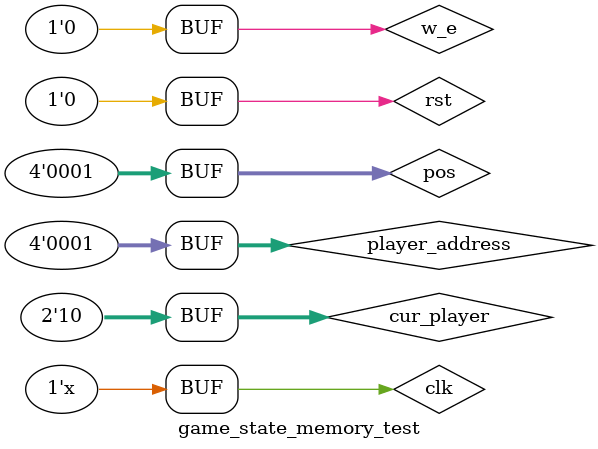
<source format=sv>
module game_state_memory_test();

	logic clk, rst, w_e, win, full;
	
	logic[3:0] player_address, pos;
	logic[1:0] cur_player, player, state;
	
	game_state_memory DUT(clk, rst, w_e, player_address, pos, cur_player, player, state, win, full);

	
	initial begin
		clk = 0; rst = 0; w_e = 0;
		cur_player = 2'b10;
		#10 rst = 1;
		#10 rst = 0;
		
		player_address = 4'd2;
		pos = 4'd1;
		#20 w_e = 1;
		#20 w_e = 0;
		#30 player_address = 4'd1;
		
	
		
	
	end
	
	
	always #5 clk <= !clk;
	
endmodule 
</source>
